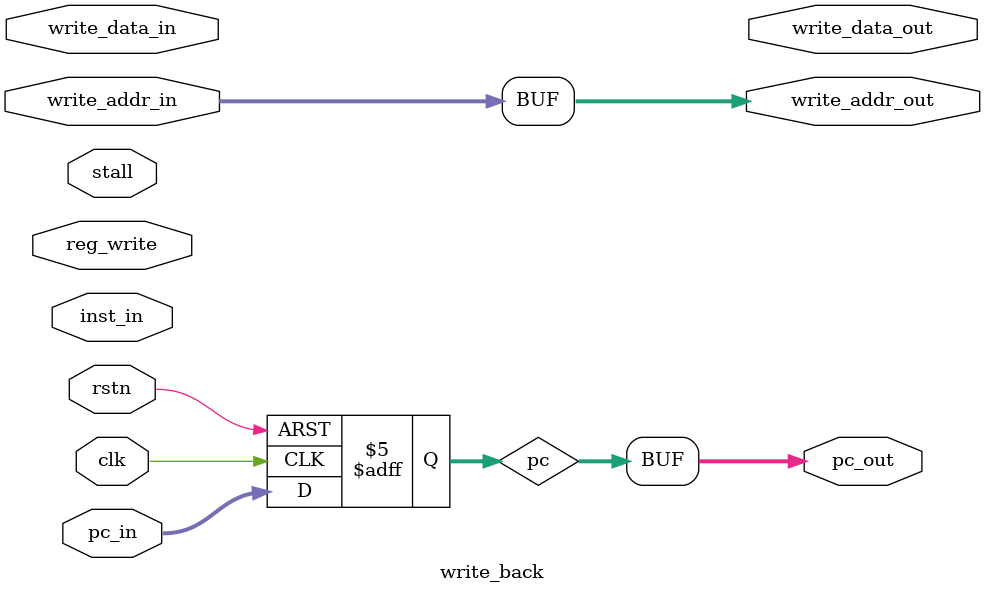
<source format=v>
`timescale 1ns / 1ps


// Write back stage module
// ATTENTION: this module is only a logic stage of the datapath
//      because that the write of register will custume one cycle
//      the actual write back will be done in the regfile module
//      this module just implement the signal connection and resolve
module write_back(
    // Clock and reset signals
    input  wire clk,                // Clock signal
    input  wire stall,              // Stall signal
    input  wire rstn,               // Reset signal

    // Inputs from memory access stage
    input  wire [4 :0]  write_addr_in,          // Register address to be written from memory access stage
    input  wire [31:0]  write_data_in,
    input  wire         reg_write,
    input  wire [31:0]  pc_in,
    output wire [31:0]  pc_out,

    input  wire [31:0]  inst_in,

    output wire [4 :0]  write_addr_out,     // Address of the register to write in register file
    output wire [31:0]  write_data_out      // Data to be written to register file
);

    reg [31:0] reg_inst;

    always @(posedge clk or negedge rstn) begin
        if (!rstn) begin
            reg_inst <= 32'b0;
        end        
        else begin
            reg_inst <= inst_in;
        end
    end

    assign write_addr_out = write_addr_in;

    reg [31:0] pc;
    always @(posedge clk or negedge rstn) begin
        if (!rstn) begin
            pc <= 32'h0;
        end
        else begin 
            pc <= pc_in;
        end
    end

    assign pc_out = pc;

    // Data to be written to register file
    // logical usage
    // reg [31:0] write_data;

    // always @(*) begin
    //     case(reg_mem_to_reg_final)
    //     1'b0: 
    //         write_data = reg_write_data_alu;
    //     1'b1:
    //         write_data = reg_write_data_mem;
    //     default:
    //         write_data = 32'b0;
    //     endcase
    // end
    // assign write_addr_out = write_addr_in;
    // assign write_data_out = write_data;

    // Output the data written to the register file
    //assign wb_data = write_data;
endmodule
</source>
